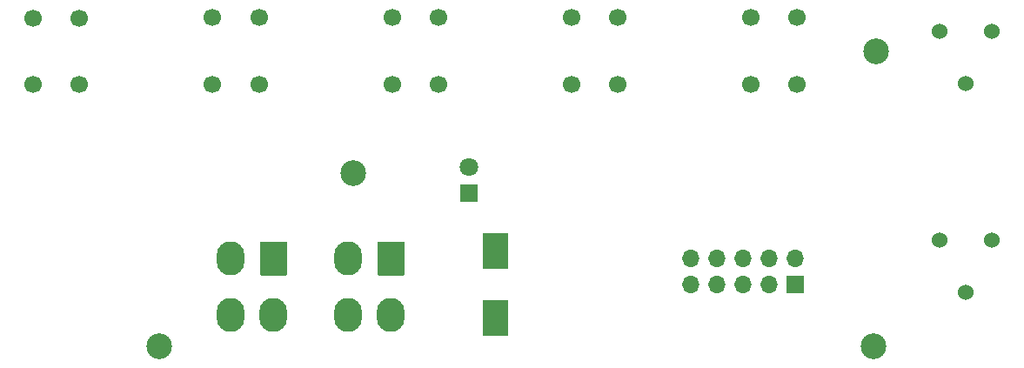
<source format=gbr>
G04 #@! TF.GenerationSoftware,KiCad,Pcbnew,(5.1.9)-1*
G04 #@! TF.CreationDate,2021-09-17T20:53:57-06:00*
G04 #@! TF.ProjectId,RWR_Control_Panel V2,5257525f-436f-46e7-9472-6f6c5f50616e,-*
G04 #@! TF.SameCoordinates,Original*
G04 #@! TF.FileFunction,Soldermask,Bot*
G04 #@! TF.FilePolarity,Negative*
%FSLAX46Y46*%
G04 Gerber Fmt 4.6, Leading zero omitted, Abs format (unit mm)*
G04 Created by KiCad (PCBNEW (5.1.9)-1) date 2021-09-17 20:53:57*
%MOMM*%
%LPD*%
G01*
G04 APERTURE LIST*
%ADD10C,1.700000*%
%ADD11C,1.524000*%
%ADD12O,1.700000X1.700000*%
%ADD13R,1.700000X1.700000*%
%ADD14O,2.700000X3.300000*%
%ADD15C,2.500000*%
%ADD16C,1.800000*%
%ADD17R,1.800000X1.800000*%
%ADD18C,0.100000*%
G04 APERTURE END LIST*
D10*
X206221280Y-95175535D03*
X206221280Y-88675535D03*
X210721280Y-95175535D03*
X210721280Y-88675535D03*
X188784181Y-95175535D03*
X188784181Y-88675535D03*
X193284181Y-95175535D03*
X193284181Y-88675535D03*
X175817482Y-88673135D03*
X175817482Y-95173135D03*
X171317482Y-88673135D03*
X171317482Y-95173135D03*
X158329581Y-88673135D03*
X158329581Y-95173135D03*
X153829581Y-88673135D03*
X153829581Y-95173135D03*
X140854381Y-88685835D03*
X140854381Y-95185835D03*
X136354381Y-88685835D03*
X136354381Y-95185835D03*
D11*
X229690881Y-110339335D03*
X227150881Y-115419335D03*
X224610881Y-110339335D03*
X229690881Y-90019335D03*
X227150881Y-95099335D03*
X224610881Y-90019335D03*
D12*
X200395608Y-112095561D03*
X200395608Y-114635561D03*
X202935608Y-112095561D03*
X202935608Y-114635561D03*
X205475608Y-112095561D03*
X205475608Y-114635561D03*
X208015608Y-112095561D03*
X208015608Y-114635561D03*
X210555608Y-112095561D03*
D13*
X210555608Y-114635561D03*
D14*
X166985608Y-117595561D03*
X171185608Y-117595561D03*
X166985608Y-112095561D03*
G36*
G01*
X172535608Y-110695562D02*
X172535608Y-113495560D01*
G75*
G02*
X172285607Y-113745561I-250001J0D01*
G01*
X170085609Y-113745561D01*
G75*
G02*
X169835608Y-113495560I0J250001D01*
G01*
X169835608Y-110695562D01*
G75*
G02*
X170085609Y-110445561I250001J0D01*
G01*
X172285607Y-110445561D01*
G75*
G02*
X172535608Y-110695562I0J-250001D01*
G01*
G37*
X155555608Y-117595561D03*
X159755608Y-117595561D03*
X155555608Y-112095561D03*
G36*
G01*
X161105608Y-110695562D02*
X161105608Y-113495560D01*
G75*
G02*
X160855607Y-113745561I-250001J0D01*
G01*
X158655609Y-113745561D01*
G75*
G02*
X158405608Y-113495560I0J250001D01*
G01*
X158405608Y-110695562D01*
G75*
G02*
X158655609Y-110445561I250001J0D01*
G01*
X160855607Y-110445561D01*
G75*
G02*
X161105608Y-110695562I0J-250001D01*
G01*
G37*
D15*
X218419631Y-91924335D03*
X148633132Y-120658084D03*
X218165630Y-120658084D03*
X167533132Y-103830585D03*
D16*
X178805608Y-103205561D03*
D17*
X178805608Y-105745561D03*
G36*
G01*
X180345608Y-116135561D02*
X182345608Y-116135561D01*
G75*
G02*
X182595608Y-116385561I0J-250000D01*
G01*
X182595608Y-119385561D01*
G75*
G02*
X182345608Y-119635561I-250000J0D01*
G01*
X180345608Y-119635561D01*
G75*
G02*
X180095608Y-119385561I0J250000D01*
G01*
X180095608Y-116385561D01*
G75*
G02*
X180345608Y-116135561I250000J0D01*
G01*
G37*
G36*
G01*
X180345608Y-109635561D02*
X182345608Y-109635561D01*
G75*
G02*
X182595608Y-109885561I0J-250000D01*
G01*
X182595608Y-112885561D01*
G75*
G02*
X182345608Y-113135561I-250000J0D01*
G01*
X180345608Y-113135561D01*
G75*
G02*
X180095608Y-112885561I0J250000D01*
G01*
X180095608Y-109885561D01*
G75*
G02*
X180345608Y-109635561I250000J0D01*
G01*
G37*
D18*
G36*
X180097598Y-119385365D02*
G01*
X180102382Y-119433939D01*
X180116495Y-119480463D01*
X180139412Y-119523338D01*
X180170252Y-119560917D01*
X180207831Y-119591757D01*
X180250706Y-119614674D01*
X180297230Y-119628787D01*
X180345804Y-119633571D01*
X180347430Y-119634736D01*
X180347234Y-119636726D01*
X180345608Y-119637561D01*
X180251748Y-119637561D01*
X180251552Y-119637551D01*
X180216268Y-119634076D01*
X180215883Y-119634000D01*
X180187856Y-119625498D01*
X180187494Y-119625348D01*
X180161665Y-119611542D01*
X180161339Y-119611324D01*
X180138701Y-119592745D01*
X180138424Y-119592468D01*
X180119845Y-119569830D01*
X180119627Y-119569504D01*
X180105821Y-119543675D01*
X180105671Y-119543313D01*
X180097169Y-119515286D01*
X180097093Y-119514901D01*
X180093618Y-119479617D01*
X180093608Y-119479421D01*
X180093608Y-119385561D01*
X180094608Y-119383829D01*
X180096608Y-119383829D01*
X180097598Y-119385365D01*
G37*
G36*
X182596773Y-119383935D02*
G01*
X182597608Y-119385561D01*
X182597608Y-119479421D01*
X182597598Y-119479617D01*
X182594123Y-119514901D01*
X182594047Y-119515286D01*
X182585545Y-119543313D01*
X182585395Y-119543675D01*
X182571589Y-119569504D01*
X182571371Y-119569830D01*
X182552792Y-119592468D01*
X182552515Y-119592745D01*
X182529877Y-119611324D01*
X182529551Y-119611542D01*
X182503722Y-119625348D01*
X182503360Y-119625498D01*
X182475333Y-119634000D01*
X182474948Y-119634076D01*
X182439664Y-119637551D01*
X182439468Y-119637561D01*
X182345608Y-119637561D01*
X182343876Y-119636561D01*
X182343876Y-119634561D01*
X182345412Y-119633571D01*
X182393986Y-119628787D01*
X182440510Y-119614674D01*
X182483385Y-119591757D01*
X182520964Y-119560917D01*
X182551804Y-119523338D01*
X182574721Y-119480463D01*
X182588834Y-119433939D01*
X182593618Y-119385365D01*
X182594783Y-119383739D01*
X182596773Y-119383935D01*
G37*
G36*
X180347340Y-116134561D02*
G01*
X180347340Y-116136561D01*
X180345804Y-116137551D01*
X180297230Y-116142335D01*
X180250706Y-116156448D01*
X180207831Y-116179365D01*
X180170252Y-116210205D01*
X180139412Y-116247784D01*
X180116495Y-116290659D01*
X180102382Y-116337183D01*
X180097598Y-116385757D01*
X180096433Y-116387383D01*
X180094443Y-116387187D01*
X180093608Y-116385561D01*
X180093608Y-116291701D01*
X180093618Y-116291505D01*
X180097093Y-116256221D01*
X180097169Y-116255836D01*
X180105671Y-116227809D01*
X180105821Y-116227447D01*
X180119627Y-116201618D01*
X180119845Y-116201292D01*
X180138424Y-116178654D01*
X180138701Y-116178377D01*
X180161339Y-116159798D01*
X180161665Y-116159580D01*
X180187494Y-116145774D01*
X180187856Y-116145624D01*
X180215883Y-116137122D01*
X180216268Y-116137046D01*
X180251552Y-116133571D01*
X180251748Y-116133561D01*
X180345608Y-116133561D01*
X180347340Y-116134561D01*
G37*
G36*
X182439664Y-116133571D02*
G01*
X182474948Y-116137046D01*
X182475333Y-116137122D01*
X182503360Y-116145624D01*
X182503722Y-116145774D01*
X182529551Y-116159580D01*
X182529877Y-116159798D01*
X182552515Y-116178377D01*
X182552792Y-116178654D01*
X182571371Y-116201292D01*
X182571589Y-116201618D01*
X182585395Y-116227447D01*
X182585545Y-116227809D01*
X182594047Y-116255836D01*
X182594123Y-116256221D01*
X182597598Y-116291505D01*
X182597608Y-116291701D01*
X182597608Y-116385561D01*
X182596608Y-116387293D01*
X182594608Y-116387293D01*
X182593618Y-116385757D01*
X182588834Y-116337183D01*
X182574721Y-116290659D01*
X182551804Y-116247784D01*
X182520964Y-116210205D01*
X182483385Y-116179365D01*
X182440510Y-116156448D01*
X182393986Y-116142335D01*
X182345412Y-116137551D01*
X182343786Y-116136386D01*
X182343982Y-116134396D01*
X182345608Y-116133561D01*
X182439468Y-116133561D01*
X182439664Y-116133571D01*
G37*
G36*
X169837598Y-113495364D02*
G01*
X169842382Y-113543938D01*
X169856495Y-113590462D01*
X169879412Y-113633337D01*
X169910253Y-113670916D01*
X169947832Y-113701757D01*
X169990707Y-113724674D01*
X170037231Y-113738787D01*
X170085805Y-113743571D01*
X170087431Y-113744736D01*
X170087235Y-113746726D01*
X170085609Y-113747561D01*
X169989896Y-113747561D01*
X169989700Y-113747551D01*
X169954776Y-113744112D01*
X169954391Y-113744036D01*
X169926719Y-113735641D01*
X169926357Y-113735491D01*
X169900841Y-113721852D01*
X169900515Y-113721634D01*
X169878159Y-113703287D01*
X169877882Y-113703010D01*
X169859535Y-113680654D01*
X169859317Y-113680328D01*
X169845678Y-113654812D01*
X169845528Y-113654450D01*
X169837133Y-113626778D01*
X169837057Y-113626393D01*
X169833618Y-113591469D01*
X169833608Y-113591273D01*
X169833608Y-113495560D01*
X169834608Y-113493828D01*
X169836608Y-113493828D01*
X169837598Y-113495364D01*
G37*
G36*
X172536773Y-113493934D02*
G01*
X172537608Y-113495560D01*
X172537608Y-113591273D01*
X172537598Y-113591469D01*
X172534159Y-113626393D01*
X172534083Y-113626778D01*
X172525688Y-113654450D01*
X172525538Y-113654812D01*
X172511899Y-113680328D01*
X172511681Y-113680654D01*
X172493334Y-113703010D01*
X172493057Y-113703287D01*
X172470701Y-113721634D01*
X172470375Y-113721852D01*
X172444859Y-113735491D01*
X172444497Y-113735641D01*
X172416825Y-113744036D01*
X172416440Y-113744112D01*
X172381516Y-113747551D01*
X172381320Y-113747561D01*
X172285607Y-113747561D01*
X172283875Y-113746561D01*
X172283875Y-113744561D01*
X172285411Y-113743571D01*
X172333985Y-113738787D01*
X172380509Y-113724674D01*
X172423384Y-113701757D01*
X172460963Y-113670916D01*
X172491804Y-113633337D01*
X172514721Y-113590462D01*
X172528834Y-113543938D01*
X172533618Y-113495364D01*
X172534783Y-113493738D01*
X172536773Y-113493934D01*
G37*
G36*
X161106773Y-113493934D02*
G01*
X161107608Y-113495560D01*
X161107608Y-113591273D01*
X161107598Y-113591469D01*
X161104159Y-113626393D01*
X161104083Y-113626778D01*
X161095688Y-113654450D01*
X161095538Y-113654812D01*
X161081899Y-113680328D01*
X161081681Y-113680654D01*
X161063334Y-113703010D01*
X161063057Y-113703287D01*
X161040701Y-113721634D01*
X161040375Y-113721852D01*
X161014859Y-113735491D01*
X161014497Y-113735641D01*
X160986825Y-113744036D01*
X160986440Y-113744112D01*
X160951516Y-113747551D01*
X160951320Y-113747561D01*
X160855607Y-113747561D01*
X160853875Y-113746561D01*
X160853875Y-113744561D01*
X160855411Y-113743571D01*
X160903985Y-113738787D01*
X160950509Y-113724674D01*
X160993384Y-113701757D01*
X161030963Y-113670916D01*
X161061804Y-113633337D01*
X161084721Y-113590462D01*
X161098834Y-113543938D01*
X161103618Y-113495364D01*
X161104783Y-113493738D01*
X161106773Y-113493934D01*
G37*
G36*
X158407598Y-113495364D02*
G01*
X158412382Y-113543938D01*
X158426495Y-113590462D01*
X158449412Y-113633337D01*
X158480253Y-113670916D01*
X158517832Y-113701757D01*
X158560707Y-113724674D01*
X158607231Y-113738787D01*
X158655805Y-113743571D01*
X158657431Y-113744736D01*
X158657235Y-113746726D01*
X158655609Y-113747561D01*
X158559896Y-113747561D01*
X158559700Y-113747551D01*
X158524776Y-113744112D01*
X158524391Y-113744036D01*
X158496719Y-113735641D01*
X158496357Y-113735491D01*
X158470841Y-113721852D01*
X158470515Y-113721634D01*
X158448159Y-113703287D01*
X158447882Y-113703010D01*
X158429535Y-113680654D01*
X158429317Y-113680328D01*
X158415678Y-113654812D01*
X158415528Y-113654450D01*
X158407133Y-113626778D01*
X158407057Y-113626393D01*
X158403618Y-113591469D01*
X158403608Y-113591273D01*
X158403608Y-113495560D01*
X158404608Y-113493828D01*
X158406608Y-113493828D01*
X158407598Y-113495364D01*
G37*
G36*
X180097598Y-112885365D02*
G01*
X180102382Y-112933939D01*
X180116495Y-112980463D01*
X180139412Y-113023338D01*
X180170252Y-113060917D01*
X180207831Y-113091757D01*
X180250706Y-113114674D01*
X180297230Y-113128787D01*
X180345804Y-113133571D01*
X180347430Y-113134736D01*
X180347234Y-113136726D01*
X180345608Y-113137561D01*
X180251748Y-113137561D01*
X180251552Y-113137551D01*
X180216268Y-113134076D01*
X180215883Y-113134000D01*
X180187856Y-113125498D01*
X180187494Y-113125348D01*
X180161665Y-113111542D01*
X180161339Y-113111324D01*
X180138701Y-113092745D01*
X180138424Y-113092468D01*
X180119845Y-113069830D01*
X180119627Y-113069504D01*
X180105821Y-113043675D01*
X180105671Y-113043313D01*
X180097169Y-113015286D01*
X180097093Y-113014901D01*
X180093618Y-112979617D01*
X180093608Y-112979421D01*
X180093608Y-112885561D01*
X180094608Y-112883829D01*
X180096608Y-112883829D01*
X180097598Y-112885365D01*
G37*
G36*
X182596773Y-112883935D02*
G01*
X182597608Y-112885561D01*
X182597608Y-112979421D01*
X182597598Y-112979617D01*
X182594123Y-113014901D01*
X182594047Y-113015286D01*
X182585545Y-113043313D01*
X182585395Y-113043675D01*
X182571589Y-113069504D01*
X182571371Y-113069830D01*
X182552792Y-113092468D01*
X182552515Y-113092745D01*
X182529877Y-113111324D01*
X182529551Y-113111542D01*
X182503722Y-113125348D01*
X182503360Y-113125498D01*
X182475333Y-113134000D01*
X182474948Y-113134076D01*
X182439664Y-113137551D01*
X182439468Y-113137561D01*
X182345608Y-113137561D01*
X182343876Y-113136561D01*
X182343876Y-113134561D01*
X182345412Y-113133571D01*
X182393986Y-113128787D01*
X182440510Y-113114674D01*
X182483385Y-113091757D01*
X182520964Y-113060917D01*
X182551804Y-113023338D01*
X182574721Y-112980463D01*
X182588834Y-112933939D01*
X182593618Y-112885365D01*
X182594783Y-112883739D01*
X182596773Y-112883935D01*
G37*
G36*
X158657341Y-110444561D02*
G01*
X158657341Y-110446561D01*
X158655805Y-110447551D01*
X158607231Y-110452335D01*
X158560707Y-110466448D01*
X158517832Y-110489365D01*
X158480253Y-110520206D01*
X158449412Y-110557785D01*
X158426495Y-110600660D01*
X158412382Y-110647184D01*
X158407598Y-110695758D01*
X158406433Y-110697384D01*
X158404443Y-110697188D01*
X158403608Y-110695562D01*
X158403608Y-110599849D01*
X158403618Y-110599653D01*
X158407057Y-110564729D01*
X158407133Y-110564344D01*
X158415528Y-110536672D01*
X158415678Y-110536310D01*
X158429317Y-110510794D01*
X158429535Y-110510468D01*
X158447882Y-110488112D01*
X158448159Y-110487835D01*
X158470515Y-110469488D01*
X158470841Y-110469270D01*
X158496357Y-110455631D01*
X158496719Y-110455481D01*
X158524391Y-110447086D01*
X158524776Y-110447010D01*
X158559700Y-110443571D01*
X158559896Y-110443561D01*
X158655609Y-110443561D01*
X158657341Y-110444561D01*
G37*
G36*
X170087341Y-110444561D02*
G01*
X170087341Y-110446561D01*
X170085805Y-110447551D01*
X170037231Y-110452335D01*
X169990707Y-110466448D01*
X169947832Y-110489365D01*
X169910253Y-110520206D01*
X169879412Y-110557785D01*
X169856495Y-110600660D01*
X169842382Y-110647184D01*
X169837598Y-110695758D01*
X169836433Y-110697384D01*
X169834443Y-110697188D01*
X169833608Y-110695562D01*
X169833608Y-110599849D01*
X169833618Y-110599653D01*
X169837057Y-110564729D01*
X169837133Y-110564344D01*
X169845528Y-110536672D01*
X169845678Y-110536310D01*
X169859317Y-110510794D01*
X169859535Y-110510468D01*
X169877882Y-110488112D01*
X169878159Y-110487835D01*
X169900515Y-110469488D01*
X169900841Y-110469270D01*
X169926357Y-110455631D01*
X169926719Y-110455481D01*
X169954391Y-110447086D01*
X169954776Y-110447010D01*
X169989700Y-110443571D01*
X169989896Y-110443561D01*
X170085609Y-110443561D01*
X170087341Y-110444561D01*
G37*
G36*
X160951516Y-110443571D02*
G01*
X160986440Y-110447010D01*
X160986825Y-110447086D01*
X161014497Y-110455481D01*
X161014859Y-110455631D01*
X161040375Y-110469270D01*
X161040701Y-110469488D01*
X161063057Y-110487835D01*
X161063334Y-110488112D01*
X161081681Y-110510468D01*
X161081899Y-110510794D01*
X161095538Y-110536310D01*
X161095688Y-110536672D01*
X161104083Y-110564344D01*
X161104159Y-110564729D01*
X161107598Y-110599653D01*
X161107608Y-110599849D01*
X161107608Y-110695562D01*
X161106608Y-110697294D01*
X161104608Y-110697294D01*
X161103618Y-110695758D01*
X161098834Y-110647184D01*
X161084721Y-110600660D01*
X161061804Y-110557785D01*
X161030963Y-110520206D01*
X160993384Y-110489365D01*
X160950509Y-110466448D01*
X160903985Y-110452335D01*
X160855411Y-110447551D01*
X160853785Y-110446386D01*
X160853981Y-110444396D01*
X160855607Y-110443561D01*
X160951320Y-110443561D01*
X160951516Y-110443571D01*
G37*
G36*
X172381516Y-110443571D02*
G01*
X172416440Y-110447010D01*
X172416825Y-110447086D01*
X172444497Y-110455481D01*
X172444859Y-110455631D01*
X172470375Y-110469270D01*
X172470701Y-110469488D01*
X172493057Y-110487835D01*
X172493334Y-110488112D01*
X172511681Y-110510468D01*
X172511899Y-110510794D01*
X172525538Y-110536310D01*
X172525688Y-110536672D01*
X172534083Y-110564344D01*
X172534159Y-110564729D01*
X172537598Y-110599653D01*
X172537608Y-110599849D01*
X172537608Y-110695562D01*
X172536608Y-110697294D01*
X172534608Y-110697294D01*
X172533618Y-110695758D01*
X172528834Y-110647184D01*
X172514721Y-110600660D01*
X172491804Y-110557785D01*
X172460963Y-110520206D01*
X172423384Y-110489365D01*
X172380509Y-110466448D01*
X172333985Y-110452335D01*
X172285411Y-110447551D01*
X172283785Y-110446386D01*
X172283981Y-110444396D01*
X172285607Y-110443561D01*
X172381320Y-110443561D01*
X172381516Y-110443571D01*
G37*
G36*
X180347340Y-109634561D02*
G01*
X180347340Y-109636561D01*
X180345804Y-109637551D01*
X180297230Y-109642335D01*
X180250706Y-109656448D01*
X180207831Y-109679365D01*
X180170252Y-109710205D01*
X180139412Y-109747784D01*
X180116495Y-109790659D01*
X180102382Y-109837183D01*
X180097598Y-109885757D01*
X180096433Y-109887383D01*
X180094443Y-109887187D01*
X180093608Y-109885561D01*
X180093608Y-109791701D01*
X180093618Y-109791505D01*
X180097093Y-109756221D01*
X180097169Y-109755836D01*
X180105671Y-109727809D01*
X180105821Y-109727447D01*
X180119627Y-109701618D01*
X180119845Y-109701292D01*
X180138424Y-109678654D01*
X180138701Y-109678377D01*
X180161339Y-109659798D01*
X180161665Y-109659580D01*
X180187494Y-109645774D01*
X180187856Y-109645624D01*
X180215883Y-109637122D01*
X180216268Y-109637046D01*
X180251552Y-109633571D01*
X180251748Y-109633561D01*
X180345608Y-109633561D01*
X180347340Y-109634561D01*
G37*
G36*
X182439664Y-109633571D02*
G01*
X182474948Y-109637046D01*
X182475333Y-109637122D01*
X182503360Y-109645624D01*
X182503722Y-109645774D01*
X182529551Y-109659580D01*
X182529877Y-109659798D01*
X182552515Y-109678377D01*
X182552792Y-109678654D01*
X182571371Y-109701292D01*
X182571589Y-109701618D01*
X182585395Y-109727447D01*
X182585545Y-109727809D01*
X182594047Y-109755836D01*
X182594123Y-109756221D01*
X182597598Y-109791505D01*
X182597608Y-109791701D01*
X182597608Y-109885561D01*
X182596608Y-109887293D01*
X182594608Y-109887293D01*
X182593618Y-109885757D01*
X182588834Y-109837183D01*
X182574721Y-109790659D01*
X182551804Y-109747784D01*
X182520964Y-109710205D01*
X182483385Y-109679365D01*
X182440510Y-109656448D01*
X182393986Y-109642335D01*
X182345412Y-109637551D01*
X182343786Y-109636386D01*
X182343982Y-109634396D01*
X182345608Y-109633561D01*
X182439468Y-109633561D01*
X182439664Y-109633571D01*
G37*
M02*

</source>
